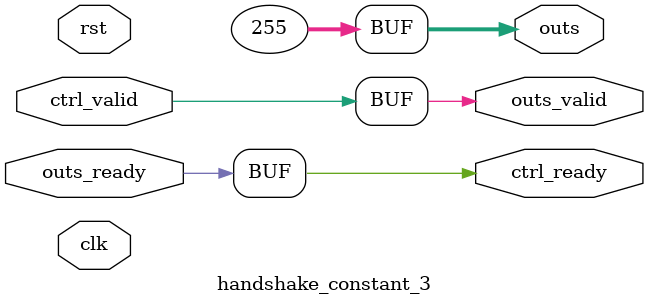
<source format=v>
`timescale 1ns / 1ps
module handshake_constant_3 #(
  parameter DATA_WIDTH = 32  // Default set to 32 bits
) (
  input                       clk,
  input                       rst,
  // Input Channel
  input                       ctrl_valid,
  output                      ctrl_ready,
  // Output Channel
  output [DATA_WIDTH - 1 : 0] outs,
  output                      outs_valid,
  input                       outs_ready
);
  assign outs       = 8'b11111111;
  assign outs_valid = ctrl_valid;
  assign ctrl_ready = outs_ready;

endmodule

</source>
